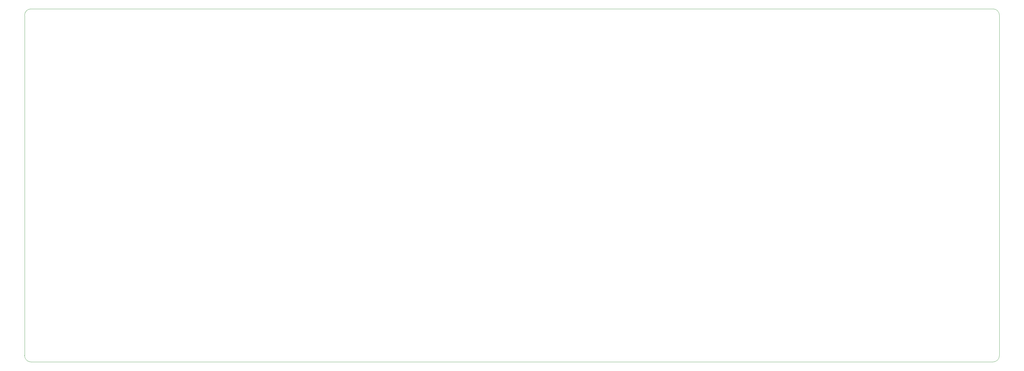
<source format=gbr>
G04 #@! TF.GenerationSoftware,KiCad,Pcbnew,(6.0.11)*
G04 #@! TF.CreationDate,2024-11-25T11:35:45+09:00*
G04 #@! TF.ProjectId,Flame60_Bottom,466c616d-6536-4305-9f42-6f74746f6d2e,rev?*
G04 #@! TF.SameCoordinates,Original*
G04 #@! TF.FileFunction,Profile,NP*
%FSLAX46Y46*%
G04 Gerber Fmt 4.6, Leading zero omitted, Abs format (unit mm)*
G04 Created by KiCad (PCBNEW (6.0.11)) date 2024-11-25 11:35:45*
%MOMM*%
%LPD*%
G01*
G04 APERTURE LIST*
G04 #@! TA.AperFunction,Profile*
%ADD10C,0.100000*%
G04 #@! TD*
G04 APERTURE END LIST*
D10*
X361000000Y-60000000D02*
G75*
G03*
X359000000Y-58000000I-2000000J0D01*
G01*
X359000000Y-166000000D02*
G75*
G03*
X361000000Y-164000000I0J2000000D01*
G01*
X361000000Y-164000000D02*
X361000000Y-60000000D01*
X65000000Y-58000000D02*
G75*
G03*
X63000000Y-60000000I0J-2000000D01*
G01*
X63000000Y-60000000D02*
X63000000Y-164000000D01*
X65000000Y-166000000D02*
X359000000Y-166000000D01*
X359000000Y-58000000D02*
X65000000Y-58000000D01*
X63000000Y-164000000D02*
G75*
G03*
X65000000Y-166000000I2000000J0D01*
G01*
M02*

</source>
